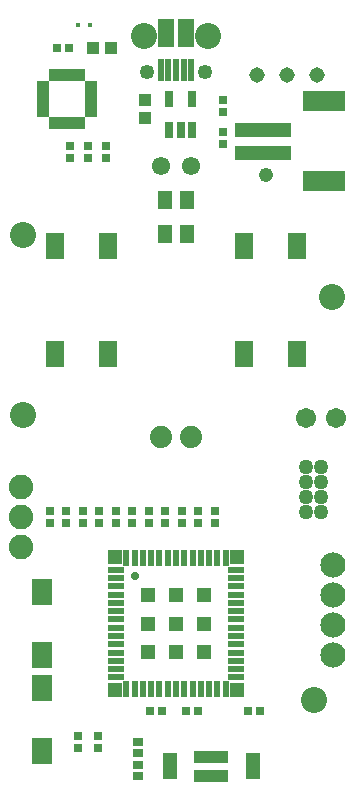
<source format=gts>
G75*
G70*
%OFA0B0*%
%FSLAX24Y24*%
%IPPOS*%
%LPD*%
%AMOC8*
5,1,8,0,0,1.08239X$1,22.5*
%
%ADD10C,0.0867*%
%ADD11R,0.0300X0.0580*%
%ADD12R,0.0148X0.0138*%
%ADD13R,0.0434X0.0395*%
%ADD14R,0.0316X0.0316*%
%ADD15R,0.0395X0.0434*%
%ADD16R,0.1891X0.0474*%
%ADD17R,0.1419X0.0710*%
%ADD18C,0.0516*%
%ADD19C,0.0611*%
%ADD20C,0.0671*%
%ADD21R,0.0395X0.0198*%
%ADD22R,0.0198X0.0395*%
%ADD23R,0.0552X0.0218*%
%ADD24R,0.0218X0.0552*%
%ADD25R,0.0474X0.0474*%
%ADD26C,0.0277*%
%ADD27R,0.0474X0.0867*%
%ADD28R,0.1182X0.0395*%
%ADD29R,0.0320X0.0260*%
%ADD30C,0.0840*%
%ADD31R,0.0631X0.0907*%
%ADD32R,0.0513X0.0631*%
%ADD33C,0.0740*%
%ADD34R,0.0710X0.0867*%
%ADD35C,0.0500*%
%ADD36R,0.0237X0.0769*%
%ADD37C,0.0493*%
%ADD38R,0.0523X0.0966*%
%ADD39C,0.0820*%
%ADD40C,0.0476*%
D10*
X010850Y003559D03*
X001150Y013059D03*
X001150Y019059D03*
X005183Y025680D03*
X007328Y025680D03*
X011450Y017009D03*
D11*
X006776Y022558D03*
X006406Y022558D03*
X006036Y022558D03*
X006036Y023578D03*
X006776Y023578D03*
D12*
X003402Y026059D03*
X002998Y026059D03*
D13*
X003480Y025289D03*
X004080Y025289D03*
D14*
X002680Y025289D03*
X002280Y025289D03*
X002720Y022029D03*
X002720Y021629D03*
X003320Y021629D03*
X003320Y022029D03*
X003910Y022029D03*
X003910Y021629D03*
X007830Y022099D03*
X007830Y022499D03*
X007830Y023169D03*
X007830Y023569D03*
X007550Y009859D03*
X007550Y009459D03*
X007000Y009459D03*
X007000Y009859D03*
X006450Y009859D03*
X006450Y009459D03*
X005900Y009459D03*
X005900Y009859D03*
X005350Y009859D03*
X005350Y009459D03*
X004800Y009459D03*
X004800Y009859D03*
X004250Y009859D03*
X004250Y009459D03*
X003700Y009459D03*
X003700Y009859D03*
X003150Y009859D03*
X003150Y009459D03*
X002600Y009459D03*
X002600Y009859D03*
X002050Y009859D03*
X002050Y009459D03*
X005400Y003209D03*
X005800Y003209D03*
X006600Y003209D03*
X007000Y003209D03*
X008650Y003209D03*
X009050Y003209D03*
X003650Y002359D03*
X003650Y001959D03*
X003000Y001959D03*
X003000Y002359D03*
D15*
X005230Y022949D03*
X005230Y023549D03*
D16*
X009142Y022577D03*
X009142Y021790D03*
D17*
X011189Y020845D03*
X011189Y023522D03*
D18*
X010968Y024381D03*
X009968Y024381D03*
X008968Y024381D03*
D19*
X006756Y021375D03*
X005756Y021375D03*
D20*
X010600Y012964D03*
X011600Y012964D03*
D21*
X003412Y023101D03*
X003412Y023298D03*
X003412Y023495D03*
X003412Y023692D03*
X003412Y023888D03*
X003412Y024085D03*
X001837Y024085D03*
X001837Y023888D03*
X001837Y023692D03*
X001837Y023495D03*
X001837Y023298D03*
X001837Y023101D03*
D22*
X002133Y022806D03*
X002330Y022806D03*
X002526Y022806D03*
X002723Y022806D03*
X002920Y022806D03*
X003117Y022806D03*
X003117Y024381D03*
X002920Y024381D03*
X002723Y024381D03*
X002526Y024381D03*
X002330Y024381D03*
X002133Y024381D03*
D23*
X004267Y007900D03*
X004267Y007624D03*
X004267Y007349D03*
X004267Y007073D03*
X004267Y006797D03*
X004267Y006522D03*
X004267Y006246D03*
X004267Y005971D03*
X004267Y005695D03*
X004267Y005420D03*
X004267Y005144D03*
X004267Y004868D03*
X004267Y004593D03*
X004267Y004317D03*
X008244Y004317D03*
X008244Y004593D03*
X008244Y004868D03*
X008244Y005144D03*
X008244Y005420D03*
X008244Y005695D03*
X008244Y005971D03*
X008244Y006246D03*
X008244Y006522D03*
X008244Y006797D03*
X008244Y007073D03*
X008244Y007349D03*
X008244Y007624D03*
X008244Y007900D03*
D24*
X007909Y008294D03*
X007633Y008294D03*
X007358Y008294D03*
X007082Y008294D03*
X006807Y008294D03*
X006531Y008294D03*
X006256Y008294D03*
X005980Y008294D03*
X005704Y008294D03*
X005429Y008294D03*
X005153Y008294D03*
X004878Y008294D03*
X004602Y008294D03*
X004602Y003923D03*
X004878Y003923D03*
X005153Y003923D03*
X005429Y003923D03*
X005704Y003923D03*
X005980Y003923D03*
X006256Y003923D03*
X006531Y003923D03*
X006807Y003923D03*
X007082Y003923D03*
X007358Y003923D03*
X007633Y003923D03*
X007909Y003923D03*
D25*
X008283Y003884D03*
X007200Y005164D03*
X006256Y005164D03*
X006256Y006109D03*
X006256Y007053D03*
X007200Y007053D03*
X007200Y006109D03*
X005311Y006109D03*
X005311Y007053D03*
X004228Y008333D03*
X005311Y005164D03*
X004228Y003884D03*
X008283Y008333D03*
D26*
X004878Y007683D03*
D27*
X006059Y001349D03*
X008815Y001349D03*
D28*
X007437Y001028D03*
X007437Y001670D03*
D29*
X004986Y001779D03*
X004986Y002159D03*
X004986Y001399D03*
X004986Y001019D03*
D30*
X011500Y005059D03*
X011500Y006059D03*
X011500Y007059D03*
X011500Y008059D03*
D31*
X010291Y015109D03*
X008519Y015109D03*
X008519Y018692D03*
X010291Y018692D03*
X003992Y018692D03*
X002220Y018692D03*
X002220Y015109D03*
X003992Y015109D03*
D32*
X005901Y019085D03*
X006610Y019085D03*
X006610Y020227D03*
X005901Y020227D03*
D33*
X005756Y012332D03*
X006756Y012332D03*
D34*
X001800Y001846D03*
X001800Y003971D03*
X001800Y005046D03*
X001800Y007171D03*
D35*
X010600Y009839D03*
X010600Y010339D03*
X010600Y010839D03*
X010600Y011339D03*
X011100Y011339D03*
X011100Y010839D03*
X011100Y010339D03*
X011100Y009839D03*
D36*
X006767Y024568D03*
X006511Y024568D03*
X006256Y024568D03*
X006000Y024568D03*
X005744Y024568D03*
D37*
X005301Y024487D03*
X007210Y024487D03*
D38*
X006575Y025778D03*
X005936Y025778D03*
D39*
X001080Y010659D03*
X001080Y009659D03*
X001080Y008659D03*
D40*
X009250Y021059D03*
M02*

</source>
